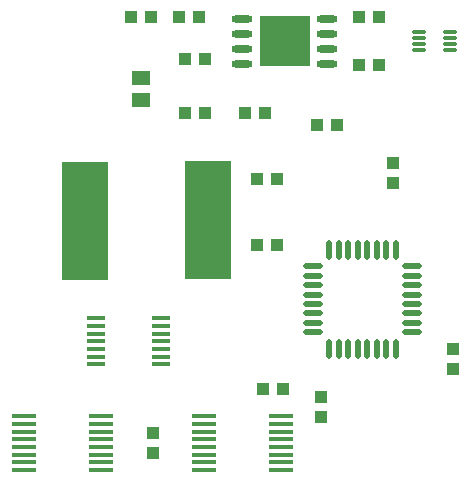
<source format=gtp>
%FSLAX25Y25*%
%MOIN*%
G70*
G01*
G75*
G04 Layer_Color=8421504*
%ADD10R,0.04331X0.03937*%
%ADD11R,0.03937X0.04331*%
%ADD12R,0.06496X0.01181*%
%ADD13O,0.04921X0.01181*%
%ADD14O,0.02165X0.06496*%
%ADD15O,0.06496X0.02165*%
%ADD16R,0.08465X0.01575*%
%ADD17R,0.08465X0.01575*%
%ADD18R,0.15748X0.39370*%
%ADD19R,0.05906X0.05118*%
%ADD20O,0.07087X0.02362*%
%ADD21R,0.16535X0.16535*%
%ADD22C,0.03937*%
%ADD23C,0.00787*%
%ADD24C,0.01000*%
%ADD25C,0.01575*%
%ADD26C,0.01969*%
%ADD27C,0.01181*%
%ADD28C,0.07874*%
%ADD29C,0.01890*%
%ADD30C,0.00630*%
%ADD31C,0.03150*%
%ADD32C,0.01260*%
%ADD33C,0.05906*%
%ADD34C,0.05906*%
%ADD35R,0.05906X0.05906*%
%ADD36C,0.15000*%
%ADD37R,0.05906X0.05906*%
%ADD38R,0.05315X0.05315*%
%ADD39C,0.05315*%
%ADD40C,0.05000*%
%ADD41C,0.03937*%
%ADD42C,0.00984*%
%ADD43C,0.02362*%
%ADD44C,0.00800*%
D10*
X270654Y470000D02*
D03*
X277346D02*
D03*
X301346Y430000D02*
D03*
X294654D02*
D03*
X301346Y408000D02*
D03*
X294654D02*
D03*
X303346Y360000D02*
D03*
X296654D02*
D03*
X275346Y484000D02*
D03*
X268654D02*
D03*
X259346D02*
D03*
X252654D02*
D03*
X335346Y468000D02*
D03*
X328654D02*
D03*
X314654Y448000D02*
D03*
X321346D02*
D03*
X335346Y484000D02*
D03*
X328654D02*
D03*
X270654Y452000D02*
D03*
X277346D02*
D03*
X290654D02*
D03*
X297346D02*
D03*
D11*
X260000Y338654D02*
D03*
Y345346D02*
D03*
X360000Y366654D02*
D03*
Y373346D02*
D03*
X340000Y428654D02*
D03*
Y435346D02*
D03*
X316000Y357346D02*
D03*
Y350654D02*
D03*
D12*
X241075Y383677D02*
D03*
Y381118D02*
D03*
Y378559D02*
D03*
Y376000D02*
D03*
Y373441D02*
D03*
Y370882D02*
D03*
Y368323D02*
D03*
X262925Y383677D02*
D03*
Y381118D02*
D03*
Y378559D02*
D03*
Y376000D02*
D03*
Y373441D02*
D03*
Y370882D02*
D03*
Y368323D02*
D03*
D13*
X348783Y478953D02*
D03*
Y476984D02*
D03*
Y475016D02*
D03*
Y473047D02*
D03*
X359217Y478953D02*
D03*
Y476984D02*
D03*
Y475016D02*
D03*
Y473047D02*
D03*
D14*
X318976Y406535D02*
D03*
X322126D02*
D03*
X325276D02*
D03*
X328425D02*
D03*
X331575D02*
D03*
X334724D02*
D03*
X337874D02*
D03*
X341024D02*
D03*
Y373465D02*
D03*
X337874D02*
D03*
X334724D02*
D03*
X331575D02*
D03*
X328425D02*
D03*
X325276D02*
D03*
X322126D02*
D03*
X318976D02*
D03*
D15*
X346535Y401024D02*
D03*
Y397874D02*
D03*
Y394724D02*
D03*
Y391575D02*
D03*
Y388425D02*
D03*
Y385276D02*
D03*
Y382126D02*
D03*
Y378976D02*
D03*
X313465D02*
D03*
Y382126D02*
D03*
Y385276D02*
D03*
Y388425D02*
D03*
Y391575D02*
D03*
Y394724D02*
D03*
Y397874D02*
D03*
Y401024D02*
D03*
D16*
X242894Y333043D02*
D03*
Y335602D02*
D03*
Y338161D02*
D03*
Y340721D02*
D03*
Y343280D02*
D03*
Y345839D02*
D03*
Y348398D02*
D03*
Y350957D02*
D03*
X217106Y333043D02*
D03*
Y335602D02*
D03*
Y338161D02*
D03*
Y340721D02*
D03*
Y343280D02*
D03*
Y345839D02*
D03*
Y348398D02*
D03*
X302894Y333043D02*
D03*
Y335602D02*
D03*
Y338161D02*
D03*
Y340721D02*
D03*
Y343280D02*
D03*
Y345839D02*
D03*
Y348398D02*
D03*
Y350957D02*
D03*
X277106Y333043D02*
D03*
Y335602D02*
D03*
Y338161D02*
D03*
Y340721D02*
D03*
Y343280D02*
D03*
Y345839D02*
D03*
Y348398D02*
D03*
D17*
X217106Y350957D02*
D03*
X277106D02*
D03*
D18*
X278500Y416500D02*
D03*
X237500Y416000D02*
D03*
D19*
X256000Y463740D02*
D03*
Y456260D02*
D03*
D20*
X318173Y468500D02*
D03*
Y473500D02*
D03*
Y478500D02*
D03*
Y483500D02*
D03*
X289827Y468500D02*
D03*
Y473500D02*
D03*
Y478500D02*
D03*
Y483500D02*
D03*
D21*
X304000Y476000D02*
D03*
M02*

</source>
